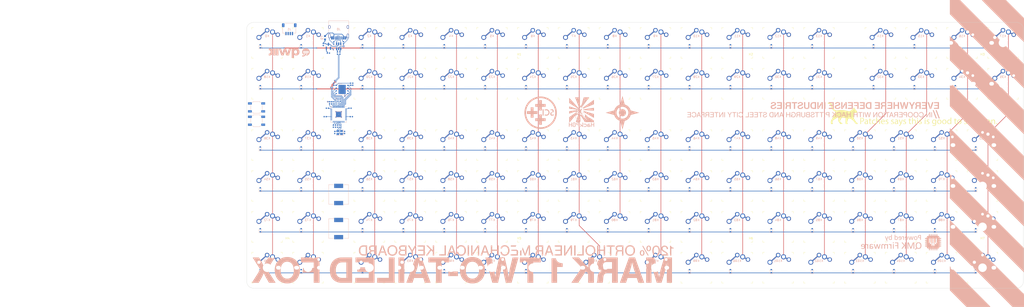
<source format=kicad_pcb>
(kicad_pcb (version 20211014) (generator pcbnew)
  (layers (0 "F.Cu" signal) (31 "B.Cu" signal) (34 "B.Paste" user) (35 "F.Paste" user) (36 "B.SilkS" user "B.Silkscreen") (37 "F.SilkS" user "F.Silkscreen") (38 "B.Mask" user) (39 "F.Mask" user) (44 "Edge.Cuts" user))
  (net 0 "")
  (net 1 "+3V3")
  (net 2 "GND")
  (net 3 "+1V1")
  (net 4 "VBUS")
  (net 5 "XOUT1")
  (net 6 "XIN")
  (net 7 "26{slash}A0")
  (net 8 "Net-(D0-Pad2)")
  (net 9 "Net-(D1-Pad2)")
  (net 10 "Net-(D2-Pad2)")
  (net 11 "Net-(D3-Pad2)")
  (net 12 "Net-(D4-Pad2)")
  (net 13 "Net-(D5-Pad2)")
  (net 14 "Net-(D6-Pad2)")
  (net 15 "Net-(D7-Pad2)")
  (net 16 "Net-(D8-Pad2)")
  (net 17 "Net-(D9-Pad2)")
  (net 18 "Net-(D10-Pad2)")
  (net 19 "Net-(D11-Pad2)")
  (net 20 "Net-(D12-Pad2)")
  (net 21 "Net-(D13-Pad2)")
  (net 22 "Net-(D14-Pad2)")
  (net 23 "Net-(D15-Pad2)")
  (net 24 "Net-(D16-Pad2)")
  (net 25 "Net-(D17-Pad2)")
  (net 26 "25")
  (net 27 "Net-(D18-Pad2)")
  (net 28 "Net-(D19-Pad2)")
  (net 29 "Net-(D20-Pad2)")
  (net 30 "Net-(D21-Pad2)")
  (net 31 "Net-(D22-Pad2)")
  (net 32 "Net-(D23-Pad2)")
  (net 33 "Net-(D24-Pad2)")
  (net 34 "Net-(D25-Pad2)")
  (net 35 "Net-(D26-Pad2)")
  (net 36 "Net-(D27-Pad2)")
  (net 37 "Net-(D28-Pad2)")
  (net 38 "Net-(D29-Pad2)")
  (net 39 "Net-(D30-Pad2)")
  (net 40 "Net-(D31-Pad2)")
  (net 41 "Net-(D32-Pad2)")
  (net 42 "Net-(D33-Pad2)")
  (net 43 "Net-(D34-Pad2)")
  (net 44 "Net-(D35-Pad2)")
  (net 45 "24")
  (net 46 "Net-(D36-Pad2)")
  (net 47 "Net-(D37-Pad2)")
  (net 48 "Net-(D38-Pad2)")
  (net 49 "Net-(D39-Pad2)")
  (net 50 "Net-(D40-Pad2)")
  (net 51 "Net-(D41-Pad2)")
  (net 52 "Net-(D42-Pad2)")
  (net 53 "Net-(D43-Pad2)")
  (net 54 "Net-(D44-Pad2)")
  (net 55 "Net-(D45-Pad2)")
  (net 56 "Net-(D46-Pad2)")
  (net 57 "Net-(D47-Pad2)")
  (net 58 "Net-(D48-Pad2)")
  (net 59 "Net-(D49-Pad2)")
  (net 60 "Net-(D50-Pad2)")
  (net 61 "Net-(D51-Pad2)")
  (net 62 "Net-(D52-Pad2)")
  (net 63 "Net-(D53-Pad2)")
  (net 64 "23")
  (net 65 "Net-(D54-Pad2)")
  (net 66 "Net-(D55-Pad2)")
  (net 67 "Net-(D56-Pad2)")
  (net 68 "Net-(D57-Pad2)")
  (net 69 "Net-(D58-Pad2)")
  (net 70 "Net-(D59-Pad2)")
  (net 71 "Net-(D60-Pad2)")
  (net 72 "Net-(D61-Pad2)")
  (net 73 "Net-(D62-Pad2)")
  (net 74 "Net-(D63-Pad2)")
  (net 75 "Net-(D64-Pad2)")
  (net 76 "Net-(D65-Pad2)")
  (net 77 "Net-(D66-Pad2)")
  (net 78 "Net-(D67-Pad2)")
  (net 79 "Net-(D68-Pad2)")
  (net 80 "Net-(D69-Pad2)")
  (net 81 "Net-(D70-Pad2)")
  (net 82 "Net-(D71-Pad2)")
  (net 83 "22")
  (net 84 "Net-(D72-Pad2)")
  (net 85 "Net-(D73-Pad2)")
  (net 86 "Net-(D74-Pad2)")
  (net 87 "Net-(D75-Pad2)")
  (net 88 "Net-(D76-Pad2)")
  (net 89 "Net-(D77-Pad2)")
  (net 90 "Net-(D78-Pad2)")
  (net 91 "Net-(D79-Pad2)")
  (net 92 "Net-(D80-Pad2)")
  (net 93 "Net-(D81-Pad2)")
  (net 94 "Net-(D82-Pad2)")
  (net 95 "Net-(D83-Pad2)")
  (net 96 "Net-(D84-Pad2)")
  (net 97 "Net-(D85-Pad2)")
  (net 98 "Net-(D86-Pad2)")
  (net 99 "Net-(D87-Pad2)")
  (net 100 "Net-(D88-Pad2)")
  (net 101 "Net-(D89-Pad2)")
  (net 102 "21")
  (net 103 "Net-(D90-Pad2)")
  (net 104 "Net-(D91-Pad2)")
  (net 105 "Net-(D92-Pad2)")
  (net 106 "Net-(D93-Pad2)")
  (net 107 "Net-(D94-Pad2)")
  (net 108 "Net-(D95-Pad2)")
  (net 109 "Net-(D96-Pad2)")
  (net 110 "Net-(D97-Pad2)")
  (net 111 "Net-(D98-Pad2)")
  (net 112 "Net-(D99-Pad2)")
  (net 113 "Net-(D100-Pad2)")
  (net 114 "Net-(D101-Pad2)")
  (net 115 "Net-(D102-Pad2)")
  (net 116 "Net-(D103-Pad2)")
  (net 117 "Net-(D104-Pad2)")
  (net 118 "Net-(D105-Pad2)")
  (net 119 "Net-(D106-Pad2)")
  (net 120 "vUSB")
  (net 121 "D+")
  (net 122 "Net-(J0-PadB5)")
  (net 124 "D-")
  (net 125 "Net-(J0-PadA5)")
  (net 127 "28{slash}A2")
  (net 128 "29{slash}A3")
  (net 129 "19")
  (net 130 "18")
  (net 131 "15")
  (net 132 "14")
  (net 133 "13")
  (net 134 "12")
  (net 135 "11")
  (net 136 "10")
  (net 137 "9")
  (net 138 "8")
  (net 139 "7")
  (net 140 "6")
  (net 141 "5")
  (net 142 "4")
  (net 143 "3")
  (net 144 "2")
  (net 145 "1")
  (net 146 "0")
  (net 147 "DB+")
  (net 148 "DR+")
  (net 149 "DB-")
  (net 150 "DR-")
  (net 151 "CS")
  (net 152 "Net-(RF1-Pad2)")
  (net 153 "~{RESET}")
  (net 154 "XOUT")
  (net 155 "17")
  (net 156 "16")
  (net 159 "20")
  (net 160 "27{slash}A1")
  (net 161 "SD3")
  (net 162 "CLOCK")
  (net 163 "SD0")
  (net 164 "SD2")
  (net 165 "SD1")
  (footprint "EDI:MX-Choc" (layer "F.Cu") (at 64.29375 130.175)
    (fp_text reference "K37")
    (fp_text value "Keyswitch")
  )
  (footprint "EDI:MX-Choc" (layer "F.Cu") (at 150.01875 130.175)
    (fp_text reference "K41")
    (fp_text value "Keyswitch")
  )
  (footprint "EDI:MX-Choc" (layer "F.Cu") (at 45.24375 168.275)
    (fp_text reference "K72")
    (fp_text value "Keyswitch")
  )
  (footprint "EDI:MX-Choc" (layer "F.Cu") (at 130.96875 187.325)
    (fp_text reference "K94")
    (fp_text value "Keyswitch")
  )
  (footprint "EDI:MX-Choc" (layer "F.Cu") (at 302.41875 130.175)
    (fp_text reference "K49")
    (fp_text value "Keyswitch")
  )
  (footprint "MountingHole:MountingHole_3.2mm_M3" (layer "F.Cu") (at 162.71875 92.075)
    (fp_text reference "H1")
    (fp_text value "Mount")
  )
  (footprint "EDI:MX-Choc" (layer "F.Cu") (at 302.41875 187.325)
    (fp_text reference "K102")
    (fp_text value "Keyswitch")
  )
  (footprint "EDI:MX-Choc" (layer "F.Cu") (at 111.91875 82.55)
    (fp_text reference "K3")
    (fp_text value "Keyswitch")
  )
  (footprint "EDI:MX-Choc" (layer "F.Cu") (at 207.16875 168.275)
    (fp_text reference "K80")
    (fp_text value "Keyswitch")
  )
  (footprint "EDI:MX-Choc" (layer "F.Cu") (at 92.86875 168.275)
    (fp_text reference "K74")
    (fp_text value "Keyswitch")
  )
  (footprint "EDI:MX-Choc" (layer "F.Cu") (at 264.31875 187.325)
    (fp_text reference "K100")
    (fp_text value "Keyswitch")
  )
  (footprint "EDI:MX-Choc" (layer "F.Cu") (at 283.36875 82.55)
    (fp_text reference "K12")
    (fp_text value "Keyswitch")
  )
  (footprint "EDI:MX-Choc" (layer "F.Cu") (at 150.01875 187.325)
    (fp_text reference "K95")
    (fp_text value "Keyswitch")
  )
  (footprint "EDI:MX-Choc" (layer "F.Cu") (at 302.41875 168.275)
    (fp_text reference "K85")
    (fp_text value "Keyswitch")
  )
  (footprint "EDI:MX-Choc" (layer "F.Cu") (at 369.09375 101.6)
    (fp_text reference "K34")
    (fp_text value "Keyswitch")
  )
  (footprint "EDI:MX-Choc" (layer "F.Cu") (at 245.26875 168.275)
    (fp_text reference "K82")
    (fp_text value "Keyswitch")
  )
  (footprint "EDI:MX-Choc" (layer "F.Cu") (at 283.36875 187.325)
    (fp_text reference "K101")
    (fp_text value "Keyswitch")
  )
  (footprint "EDI:MX-Choc" (layer "F.Cu") (at 321.46875 130.175)
    (fp_text reference "K50")
    (fp_text value "Keyswitch")
  )
  (footprint "EDI:MX-Choc" (layer "F.Cu") (at 350.04375 101.6)
    (fp_text reference "K33")
    (fp_text value "Keyswitch")
  )
  (footprint "EDI:MX-Choc" (layer "F.Cu") (at 169.06875 82.55)
    (fp_text reference "K6")
    (fp_text value "Keyswitch")
  )
  (footprint "EDI:MX-Choc" (layer "F.Cu") (at 321.46875 149.225)
    (fp_text reference "K68")
    (fp_text value "Keyswitch")
  )
  (footprint "EDI:MX-Choc" (layer "F.Cu") (at 64.29375 168.275)
    (fp_text reference "K73")
    (fp_text value "Keyswitch")
  )
  (footprint "EDI:MX-Choc" (layer "F.Cu") (at 245.26875 101.6)
    (fp_text reference "K28")
    (fp_text value "Keyswitch")
  )
  (footprint "EDI:MX-Choc" (layer "F.Cu") (at 359.56875 149.225)
    (fp_text reference "K70")
    (fp_text value "Keyswitch")
  )
  (footprint "EDI:MX-Choc" (layer "F.Cu") (at 369.09375 82.55)
    (fp_text reference "K16")
    (fp_text value "Keyswitch")
  )
  (footprint "EDI:MX-Choc" (layer "F.Cu") (at 283.36875 101.6)
    (fp_text reference "K30")
    (fp_text value "Keyswitch")
  )
  (footprint "EDI:MX-Choc" (layer "F.Cu") (at 207.16875 130.175)
    (fp_text reference "K44")
    (fp_text value "Keyswitch")
  )
  (footprint "EDI:MX-Choc" (layer "F.Cu") (at 378.61875 187.325)
    (fp_text reference "K106")
    (fp_text value "Keyswitch")
  )
  (footprint "EDI:MX-Choc" (layer "F.Cu") (at 188.11875 130.175)
    (fp_text reference "K43")
    (fp_text value "Keyswitch")
  )
  (footprint "EDI:MX-Choc" (layer "F.Cu") (at 188.11875 101.6)
    (fp_text reference "K25")
    (fp_text value "Keyswitch")
  )
  (footprint "EDI:MX-Choc" (layer "F.Cu") (at 188.11875 168.275)
    (fp_text reference "K79")
    (fp_text value "Keyswitch")
  )
  (footprint "EDI:MX-Choc" (layer "F.Cu") (at 226.21875 168.275)
    (fp_text reference "K81")
    (fp_text value "Keyswitch")
  )
  (footprint "MountingHole:MountingHole_3.2mm_M3" (layer "F.Cu") (at 162.71875 177.8)
    (fp_text reference "H5")
    (fp_text value "Mount")
  )
  (footprint "EDI:MX-Choc" (layer "F.Cu") (at 378.61875 130.175)
    (fp_text reference "K53")
    (fp_text value "Keyswitch")
  )
  (footprint "EDI:MX-Choc" (layer "F.Cu") (at 226.21875 149.225)
    (fp_text reference "K63")
    (fp_text value "Keyswitch")
  )
  (footprint "EDI:MX-Choc" (layer "F.Cu") (at 169.06875 187.325)
    (fp_text reference "K96")
    (fp_text value "Keyswitch")
  )
  (footprint "EDI:MX-Choc" (layer "F.Cu") (at 359.56875 187.325)
    (fp_text reference "K105")
    (fp_text value "Keyswitch")
  )
  (footprint "EDI:MX-Choc" (layer "F.Cu") (at 340.51875 168.275)
    (fp_text reference "K87")
    (fp_text value "Keyswitch")
  )
  (footprint "EDI:MX-Choc" (layer "F.Cu") (at 150.01875 168.275)
    (fp_text reference "K77")
    (fp_text value "Keyswitch")
  )
  (footprint "EDI:MX-Choc" (layer "F.Cu") (at 111.91875 149.225)
    (fp_text reference "K57")
    (fp_text value "Keyswitch")
  )
  (footprint "EDI:MX-Choc" (layer "F.Cu") (at 321.46875 187.325)
    (fp_text reference "K103")
    (fp_text value "Keyswitch")
  )
  (footprint "EDI:MX-Choc" (layer "F.Cu") (at 130.96875 149.225)
    (fp_text reference "K58")
    (fp_text value "Keyswitch")
  )
  (footprint "EDI:MX-Choc" (layer "F.Cu") (at 64.29375 187.325)
    (fp_text reference "K91")
    (fp_text value "Keyswitch")
  )
  (footprint "EDI:MX-Choc" (layer "F.Cu") (at 111.91875 168.275)
    (fp_text reference "K75")
    (fp_text value "Keyswitch")
  )
  (footprint "EDI:MX-Choc" (layer "F.Cu") (at 169.06875 130.175)
    (fp_text reference "K42")
    (fp_text value "Keyswitch")
  )
  (footprint "EDI:MX-Choc" (layer "F.Cu") (at 330.99375 101.6)
    (fp_text reference "K32")
    (fp_text value "Keyswitch")
  )
  (footprint "EDI:MX-Choc" (layer "F.Cu") (at 111.91875 187.325)
    (fp_text reference "K93")
    (fp_text value "Keyswitch")
  )
  (footprint "EDI:MX-Choc" (layer "F.Cu") (at 169.06875 101.6)
    (fp_text reference "K24")
    (fp_text value "Keyswitch")
  )
  (footprint "EDI:MX-Choc" (layer "F.Cu") (at 64.29375 101.6)
    (fp_text reference "K19")
    (fp_text value "Keyswitch")
  )
  (footprint "EDI:MX-Choc" (layer "F.Cu") (at 130.96875 101.6)
    (fp_text reference "K22")
    (fp_text value "Keyswitch")
  )
  (footprint "EDI:MX-Choc" (layer "F.Cu") (at 226.21875 187.325)
    (fp_text reference "K98")
    (fp_text value "Keyswitch")
  )
  (footprint "EDI:MX-Choc" (layer "F.Cu") (at 245.26875 130.175)
    (fp_text reference "K46")
    (fp_text value "Keyswitch")
  )
  (footprint "EDI:MX-Choc" (layer "F.Cu") (at 150.01875 82.55)
    (fp_text reference "K5")
    (fp_text value "Keyswitch")
  )
  (footprint "EDI:MX-Choc" (layer "F.Cu") (at 188.11875 149.225)
    (fp_text reference "K61")
    (fp_text value "Keyswitch")
  )
  (footprint "EDI:MX-Choc" (layer "F.Cu") (at 388.14375 82.55)
    (fp_text reference "K17")
    (fp_text value "Keyswitch")
  )
  (footprint "EDI:MX-Choc" (layer "F.Cu") (at 169.06875 168.275)
    (fp_text reference "K78")
    (fp_text value "Keyswitch")
  )
  (footprint "EDI:MX-Choc" (layer "F.Cu") (at 130.96875 82.55)
    (fp_text reference "K4")
    (fp_text value "Keyswitch")
  )
  (footprint "EDI:MX-Choc" (layer "F.Cu") (at 283.36875 168.275)
    (fp_text reference "K84")
    (fp_text value "Keyswitch")
  )
  (footprint "MountingHole:MountingHole_3.2mm_M3" (layer "F.Cu") (at 378.61875 92.075)
    (fp_text reference "H3")
    (fp_text value "Mount")
  )
  (footprint "EDI:MX-Choc" (layer "F.Cu") (at 92.86875 149.225)
    (fp_text reference "K56")
    (fp_text value "Keyswitch")
  )
  (footprint "EDI:MX-Choc" (layer "F.Cu") (at 264.31875 149.225)
    (fp_text reference "K65")
    (fp_text value "Keyswitch")
  )
  (footprint "EDI:MX-Choc" (layer "F.Cu") (at 264.31875 82.55)
    (fp_text reference "K11")
    (fp_text value "Keyswitch")
  )
  (footprint "EDI:MX-Choc" (layer "F.Cu") (at 283.36875 130.175)
    (fp_text reference "K48")
    (fp_text value "Keyswitch")
  )
  (footprint "EDI:MX-Choc" (layer "F.Cu") (at 321.46875 168.275)
    (fp_text reference "K86")
    (fp_text value "Keyswitch")
  )
  (footprint "EDI:MX-Choc" (layer "F.Cu") (at 264.31875 101.6)
    (fp_text reference "K29")
    (fp_text value "Keyswitch")
  )
  (footprint "EDI:MX-Choc" (layer "F.Cu") (at 226.21875 82.55)
    (fp_text reference "K9")
    (fp_text value "Keyswitch")
  )
  (footprint "EDI:MX-Choc" (layer "F.Cu") (at 302.41875 149.225)
    (fp_text reference "K67")
    (fp_text value "Keyswitch")
  )
  (footprint "EDI:MX-Choc" (layer "F.Cu") (at 388.14375 101.6)
    (fp_text reference "K35")
    (fp_text value "Keyswitch")
  )
  (footprint "EDI:MX-Choc" (layer "F.Cu") (at 45.24375 101.6)
    (fp_text reference "K18")
    (fp_text value "Keyswitch")
  )
  (footprint "EDI:MX-Choc" (layer "F.Cu") (at 150.01875 149.225)
    (fp_text reference "K59")
    (fp_text value "Keyswitch")
  )
  (footprint "EDI:MX-Choc" (layer "F.Cu") (at 45.24375 149.225)
    (fp_text reference "K54")
    (fp_text value "Keyswitch")
  )
  (footprint "EDI:MX-Choc" (layer "F.Cu") (at 264.31875 168.275)
    (fp_text reference "K83")
    (fp_text value "Keyswitch")
  )
  (footprint "EDI:MX-Choc" (layer "F.Cu") (at 359.56875 130.175)
    (fp_text reference "K52")
    (fp_text value "Keyswitch")
  )
  (footprint "EDI:MX-Choc" (layer "F.Cu") (at 378.61875 168.275)
    (fp_text reference "K89")
    (fp_text value "Keyswitch")
  )
  (footprint "EDI:MX-Choc" (layer "F.Cu") (at 111.91875 101.6)
    (fp_text reference "K21")
    (fp_text value "Keyswitch")
  )
  (footprint "EDI:MX-Choc" (layer "F.Cu") (at 359.56875 168.275)
    (fp_text reference "K88")
    (fp_text value "Keyswitch")
  )
  (footprint "EDI:patches" (layer "F.Cu") (at 346.075 115.8875)
    (fp_text reference "G***" hide)
    (fp_text value "LOGO" hide)
  )
  (footprint "EDI:MX-Choc" (layer "F.Cu") (at 92.86875 187.325)
    (fp_text reference "K92")
    (fp_text value "Keyswitch")
  )
  (footprint "EDI:MX-Choc" (layer "F.Cu") (at 340.51875 130.175)
    (fp_text reference "K51")
    (fp_text value "Keyswitch")
  )
  (footprint "EDI:MX-Choc" (layer "F.Cu") (at 64.29375 149.225)
    (fp_text reference "K55")
    (fp_text value "Keyswitch")
  )
  (footprint "EDI:MX-Choc" (layer "F.Cu") (at 378.61875 149.225)
    (fp_text reference "K71")
    (fp_text value "Keyswitch")
  )
  (footprint "EDI:MX-Choc" (layer "F.Cu") (at 92.86875 101.6)
    (fp_text reference "K20")
    (fp_text value "Keyswitch")
  )
  (footprint "EDI:MX-Choc" (layer "F.Cu") (at 340.51875 149.225)
    (fp_text reference "K69")
    (fp_text value "Keyswitch")
  )
  (footprint "EDI:MX-Choc" (layer "F.Cu") (at 264.31875 130.175)
    (fp_text reference "K47")
    (fp_text value "Keyswitch")
  )
  (footprint "EDI:MX-Choc" (layer "F.Cu") (at 226.21875 130.175)
    (fp_text reference "K45")
    (fp_text value "Keyswitch")
  )
  (footprint "EDI:MX-Choc" (layer "F.Cu") (at 207.16875 82.55)
    (fp_text reference "K8")
    (fp_text value "Keyswitch")
  )
  (footprint "EDI:MX-Choc" (layer "F.Cu") (at 330.99375 82.55)
    (fp_text reference "K14")
    (fp_text value "Keyswitch")
  )
  (footprint "EDI:MX-Choc" (layer "F.Cu") (at 302.41875 101.6)
    (fp_text reference "K31")
    (fp_text value "Keyswitch")
  )
  (footprint "EDI:MX-Choc" (layer "F.Cu") (at 188.11875 82.55)
    (fp_text reference "K7")
    (fp_text value "Keyswitch")
  )
  (footprint "EDI:MX-Choc" (layer "F.Cu") (at 207.16875 149.225)
    (fp_text reference "K62")
    (fp_text value "Keyswitch")
  )
  (footprint "EDI:MX-Choc" (layer "F.Cu") (at 45.24375 130.175)
    (fp_text reference "K36")
    (fp_text value "Keyswitch")
  )
  (footprint "MountingHole:MountingHole_3.2mm_M3" (layer "F.Cu") (at 54.76875 92.075)
    (fp_text reference "H0")
    (fp_text value "Mount")
  )
  (footprint "MountingHole:MountingHole_3.2mm_M3" (layer "F.Cu") (at 54.76875 177.8)
    (fp_text reference "H4")
    (fp_text value "Mount")
  )
  (footprint "EDI:MX-Choc" (layer "F.Cu") (at 245.26875 149.225)
    (fp_text reference "K64")
    (fp_text value "Keyswitch")
  )
  (footprint "EDI:MX-Choc" (layer "F.Cu") (at 283.36875 149.225)
    (fp_text reference "K66")
    (fp_text value "Keyswitch")
  )
  (footprint "EDI:MX-Choc" (layer "F.Cu") (at 302.41875 82.55)
    (fp_text reference "K13")
    (fp_text value "Keyswitch")
  )
  (footprint "EDI:MX-Choc" (layer "F.Cu") (at 340.51875 187.325)
    (fp_text reference "K104")
    (fp_text value "Keyswitch")
  )
  (footprint "EDI:MX-Choc" (layer "F.Cu") (at 92.86875 82.55)
    (fp_text reference "K2")
    (fp_text value "Keyswitch")
  )
  (footprint "EDI:MX-Choc" (layer "F.Cu") (at 197.64375 187.325)
    (fp_text reference "K97")
    (fp_text value "Keyswitch")
  )
  (footprint "EDI:MX-Choc" (layer "F.Cu") (at 64.29375 82.55)
    (fp_text reference "K1")
    (fp_text value "Keyswitch")
  )
  (footprint "MountingHole:MountingHole_3.2mm_M3" (layer "F.Cu") (at 270.66875 177.8)
    (fp_text reference "H6")
    (fp_text value "Mount")
  )
  (footprint "EDI:MX-Choc" (layer "F.Cu") (at 111.91875 130.175)
    (fp_text reference "K39")
    (fp_text value "Keyswitch")
  )
  (footprint "MountingHole:MountingHole_3.2mm_M3" (layer "F.Cu") (at 378.61875 177.8)
    (fp_text reference "H7")
    (fp_text value "Mount")
  )
  (footprint "EDI:MX-Choc" (layer "F.Cu") (at 45.24375 82.55)
    (fp_text reference "K0")
    (fp_text value "Keyswitch")
  )
  (footprint "EDI:MX-Choc" (layer "F.Cu") (at 130.96875 168.275)
    (fp_text reference "K76")
    (fp_text value "Keyswitch")
  )
  (footprint "EDI:MX-Choc" (layer "F.Cu") (at 150.01875 101.6)
    (fp_text reference "K23")
    (fp_text value "Keyswitch")
  )
  (footprint "EDI:MX-Choc" (layer "F.Cu") (at 226.21875 101.6)
    (fp_text reference "K27")
    (fp_text value "Keyswitch")
  )
  (footprint "MountingHole:MountingHole_3.2mm_M3" (layer "F.Cu") (at 270.66875 92.075)
    (fp_text reference "H2")
    (fp_text value "Mount")
  )
  (footprint "EDI:MX-Choc" (layer "F.Cu") (at 92.86875 130.175)
    (fp_text reference "K38")
    (fp_text value "Keyswitch")
  )
  (footprint "EDI:MX-Choc" (layer "F.Cu") (at 245.26875 187.325)
    (fp_text reference "K99")
    (fp_text value "Keyswitch")
  )
  (footprint "EDI:MX-Choc" (layer "F.Cu") (at 45.24375 187.325)
    (fp_text reference "K90")
    (fp_text value "Keyswitch")
  )
  (footprint "EDI:MX-Choc" (layer "F.Cu") (at 169.06875 149.225)
    (fp_text reference "K60")
    (fp_text value "Keyswitch")
  )
  (footprint "EDI:MX-Choc" (layer "F.Cu") (at 130.96875 130.175)
    (fp_text reference "K40")
    (fp_text value "Keyswitch")
  )
  (footprint "EDI:MX-Choc" (layer "F.Cu") (at 245.26875 82.55)
    (fp_text reference "K10")
    (fp_text value "Keyswitch")
  )
  (footprint "EDI:MX-Choc" (layer "F.Cu") (at 350.04375 82.55)
    (fp_text reference "K15")
    (fp_text value "Keyswitch")
  )
  (footprint "EDI:MX-Choc" (layer "F.Cu") (at 207.16875 101.6)
    (fp_text reference "K26")
    (fp_text value "Keyswitch")
  )
  (footprint "EDI:D_SOD-523" (layer "B.Cu") (at 318.29375 188.9125 90)
    (fp_text reference "D103")
    (fp_text value "1N4148W-T4")
  )
  (footprint "EDI:Passive_0402_1005Metric" (layer "B.Cu") (at 81.3435 124.30125 -90)
    (fp_text reference "CX1" hide)
    (fp_text value "13pf")
  )
  (footprint "EDI:D_SOD-523" (layer "B.Cu") (at 375.44375 188.9125 90)
    (fp_text reference "D106")
    (fp_text value "1N4148W-T4")
  )
  (footprint "EDI:D_SOD-523" (layer "B.Cu") (at 203.99375 103.1875 90)
    (fp_text reference "D26")
    (fp_text value "1N4148W-T4")
  )
  (footprint "EDI:D_SOD-523" (layer "B.Cu") (at 280.19375 131.7625 90)
    (fp_text reference "D48")
    (fp_text value "1N4148W-T4")
  )
  (footprint "EDI:D_SOD-523" (layer "B.Cu") (at 356.39375 131.7625 90)
    (fp_text reference "D52")
    (fp_text value "1N4148W-T4")
  )
  (footprint "EDI:D_SOD-523" (layer "B.Cu") (at 108.74375 131.7625 90)
    (fp_text reference "D39")
    (fp_text value "1N4148W-T4")
  )
  (footprint "EDI:D_SOD-523" (layer "B.Cu") (at 42.06875 169.8625 90)
    (fp_text reference "D72")
    (fp_text value "1N4148W-T4")
  )
  (footprint "EDI:D_SOD-523" (layer "B.Cu") (at 280.19375 84.1375 90)
    (fp_text reference "D12")
    (fp_text value "1N4148W-T4")
  )
  (footprint "EDI:D_SOD-523" (layer "B.Cu") (at 356.39375 169.8625 90)
    (fp_text reference "D88")
    (fp_text value "1N4148W-T4")
  )
  (footprint "EDI:Passive_0402_1005Metric" (layer "B.Cu") (at 78.0415 87.3125 -90)
    (fp_text reference "RD1" hide)
    (fp_text value "27.4")
  )
  (footprint "EDI:D_SOD-523" (layer "B.Cu") (at 375.44375 150.8125 90)
    (fp_text reference "D71")
    (fp_text value "1N4148W-T4")
  )
  (footprint "EDI:D_SOD-523" (layer "B.Cu") (at 384.96875 103.1875 90)
    (fp_text reference "D35")
    (fp_text value "1N4148W-T4")
  )
  (footprint "EDI:D_SOD-523" (layer "B.Cu") (at 108.74375 103.1875 90)
    (fp_text reference "D21")
    (fp_text value "1N4148W-T4")
  )
  (footprint "EDI:D_SOD-523" (layer "B.Cu") (at 61.11875 150.8125 90)
    (fp_text reference "D55")
    (fp_text value "1N4148W-T4")
  )
  (footprint "EDI:D_SOD-523" (layer "B.Cu") (at 337.34375 131.7625 90)
    (fp_text reference "D51")
    (fp_text value "1N4148W-T4")
  )
  (footprint "EDI:D_SOD-523" (layer "B.Cu") (at 184.94375 84.1375 90)
    (fp_text reference "D7")
    (fp_text value "1N4148W-T4")
  )
  (footprint "EDI:D_SOD-523" (layer "B.Cu") (at 223.04375 150.8125 90)
    (fp_text reference "D63")
    (fp_text value "1N4148W-T4")
  )
  (footprint "EDI:D_SOD-523" (layer "B.Cu") (at 203.99375 169.8625 90)
    (fp_text reference "D80")
    (fp_text value "1N4148W-T4")
  )
  (footprint "EDI:D_SOD-523" (layer "B.Cu") (at 242.09375 131.7625 90)
    (fp_text reference "D46")
    (fp_text value "1N4148W-T4")
  )
  (footprint "EDI:D_SOD-523" (layer "B.Cu") (at 61.11875 188.9125 90)
    (fp_text reference "D91")
    (fp_text value "1N4148W-T4")
  )
  (footprint "EDI:D_SOD-523" (layer "B.Cu") (at 242.09375 84.1375 90)
    (fp_text reference "D10")
    (fp_text value "1N4148W-T4")
  )
  (footprint "EDI:D_SOD-523" (layer "B.Cu") (at 127.79375 131.7625 90)
    (fp_text reference "D40")
    (fp_text value "1N4148W-T4")
  )
  (footprint "EDI:D_SOD-523" (layer "B.Cu") (at 42.06875 188.9125 90)
    (fp_text reference "D90")
    (fp_text value "1N4148W-T4")
  )
  (footprint "Buzzer_Beeper:Buzzer_CUI_CPT-9019S-SMT" (layer "B.Cu") (at 78.58125 153.19375 90)
    (fp_text reference "TX0" hide)
    (fp_text value "Transducer")
  )
  (footprint "EDI:D_SOD-523" (layer "B.Cu") (at 89.69375 84.1375 90)
    (fp_text reference "D2")
    (fp_text value "1N4148W-T4")
  )
  (footprint "EDI:Passive_0402_1005Metric" (layer "B.Cu") (at 73.3425 112.99825 180)
    (fp_text reference "C2" hide)
    (fp_text value "100nF")
  )
  (footprint "EDI:D_SOD-523" (layer "B.Cu") (at 146.84375 84.1375 90)
    (fp_text reference "D5")
    (fp_text value "1N4148W-T4")
  )
  (footprint "EDI:D_SOD-523" (layer "B.Cu") (at 127.79375 169.8625 90)
    (fp_text reference "D76")
    (fp_text value "1N4148W-T4")
  )
  (footprint "EDI:Passive_0402_1005Metric" (layer "B.Cu") (at 72.3265 116.93525 180)
    (fp_text reference "C3" hide)
    (fp_text value "100nF")
  )
  (footprint "EDI:D_SOD-523" (layer "B.Cu") (at 299.24375 150.8125 90)
    (fp_text reference "D67")
    (fp_text value "1N4148W-T4")
  )
  (footprint "EDI:D_SOD-523" (layer "B.Cu") (at 356.39375 188.9125 90)
    (fp_text reference "D105")
    (fp_text value "1N4148W-T4")
  )
  (footprint "Package_SON:WSON-8-1EP_6x5mm_P1.27mm_EP3.4x4.3mm" (layer "B.Cu") (at 80.2005 104.23525 180)
    (fp_text reference "U3" hide)
    (fp_text value "W25Q128JVS")
  )
  (footprint "EDI:D_SOD-523" (layer "B.Cu") (at 108.74375 188.9125 90)
    (fp_text reference "D93")
    (fp_text value "1N4148W-T4")
  )
  (footprint "EDI:Passive_0402_1005Metric" (layer "B.Cu") (at 76.2635 82.64525 -90)
    (fp_text reference "RC0" hide)
    (fp_text value "5k1")
  )
  (footprint "EDI:D_SOD-523" (layer "B.Cu") (at 42.06875 103.1875 90)
    (fp_text reference "D18")
    (fp_text value "1N4148W-T4")
  )
  (footprint "EDI:D_SOD-523" (layer "B.Cu") (at 61.11875 131.7625 90)
    (fp_text reference "D37")
    (fp_text value "1N4148W-T4")
  )
  (footprint "EDI:Passive_0402_1005Metric" (layer "B.Cu") (at 76.1365 121.38025 90)
    (fp_text reference "RR0" hide)
    (fp_text value "1k")
  )
  (footprint "EDI:D_SOD-523" (layer "B.Cu") (at 223.04375 84.1375 90)
    (fp_text reference "D9")
    (fp_text value "1N4148W-T4")
  )
  (footprint "EDI:D_SOD-523" (layer "B.Cu") (at 346.86875 84.1375 90)
    (fp_text reference "D15")
    (fp_text value "1N4148W-T4")
  )
  (footprint "EDI:D_SOD-523" (layer "B.Cu") (at 318.29375 169.8625 90)
    (fp_text reference "D86")
    (fp_text value "1N4148W-T4")
  )
  (footprint "EDI:D_SOD-523" (layer "B.Cu") (at 242.09375 103.1875 90)
    (fp_text reference "D28")
    (fp_text value "1N4148W-T4")
  )
  (footprint "EDI:D_SOD-523" (layer "B.Cu") (at 89.69375 169.8625 90)
    (fp_text reference "D74")
    (fp_text value "1N4148W-T4")
  )
  (footprint "EDI:D_SOD-523" (layer "B.Cu") (at 261.14375 150.8125 90)
    (fp_text reference "D65")
    (fp_text value "1N4148W-T4")
  )
  (footprint "EDI:D_SOD-523" (layer "B.Cu") (at 127.79375 84.1375 90)
    (fp_text reference "D4")
    (fp_text value "1N4148W-T4")
  )
  (footprint "EDI:D_SOD-523" (layer "B.Cu") (at 365.91875 103.1875 90)
    (fp_text reference "D34")
    (fp_text value "1N4148W-T4")
  )
  (footprint "EDI:RPi2040" (layer "B.Cu") (at 78.58125 115.8875 180)
    (fp_text reference "U0" hide)
    (fp_text value "RP2040" hide)
  )
  (footprint "EDI:D_SOD-523" (layer "B.Cu") (at 299.24375 169.8625 90)
    (fp_text reference "D85")
    (fp_text value "1N4148W-T4")
  )
  (footprint "EDI:D_SOD-523" (layer "B.Cu") (at 261.14375 188.9125 90)
    (fp_text reference "D100")
    (fp_text value "1N4148W-T4")
  )
  (footprint "EDI:D_SOD-523" (layer "B.Cu") (at 299.24375 188.9125 90)
    (fp_text reference "D102")
    (fp_text value "1N4148W-T4")
  )
  (footprint "EDI:D_SOD-523" (layer "B.Cu") (at 165.89375 103.1875 90)
    (fp_text reference "D24")
    (fp_text value "1N4148W-T4")
  )
  (footprint "Button_Switch_SMD:SW_SPST_SKQG_WithoutStem" (layer "B.Cu") (at 40.3225 112.61725)
    (fp_text reference "S1" hide)
    (fp_text value "USB BOOT")
  )
  (footprint "EDI:Passive_0402_1005Metric" (layer "B.Cu") (at 78.2955 109.18825 90)
    (fp_text reference "C7" hide)
    (fp_text value "100nF")
  )
  (footprint "EDI:D_SOD-523" (layer "B.Cu") (at 223.04375 103.1875 90)
    (fp_text reference "D27")
    (fp_text value "1N4148W-T4")
  )
  (footprint "EDI:D_SOD-523" (layer "B.Cu") (at 365.91875 84.1375 90)
    (fp_text reference "D16")
    (fp_text value "1N4148W-T4")
  )
  (footprint "EDI:D_SOD-523" (layer "B.Cu") (at 203.99375 150.8125 90)
    (fp_text reference "D62")
    (fp_text value "1N4148W-T4")
  )
  (footprint "EDI:D_SOD-523" (layer "B.Cu") (at 184.94375 103.1875 90)
    (fp_text reference "D25")
    (fp_text value "1N4148W-T4")
  )
  (footprint "EDI:Passive_0402_1005Metric" (layer "B.Cu") (at 84.1375 101.82225 -90)
    (fp_text reference "RF0" hide)
    (fp_text value "1k")
  )
  (footprint "EDI:Passive_0402_1005Metric" (layer "B.Cu") (at 77.1525 121.38025 -90)
    (fp_text reference "C8" hide)
    (fp_text value "100nF")
  )
  (footprint "EDI:D_SOD-523" (layer "B.Cu") (at 280.19375 169.8625 90)
    (fp_text reference "D84")
    (fp_text value "1N4148W-T4")
  )
  (footprint "EDI:D_SOD-523" (layer "B.Cu") (at 89.69375 103.1875 90)
    (fp_text reference "D20")
    (fp_text value "1N4148W-T4")
  )
  (footprint "EDI:D_SOD-523" (layer "B.Cu") (at 327.81875 84.1375 90)
    (fp_text reference "D14")
    (fp_text value "1N4148W-T4")
  )
  (footprint "EDI:D_SOD-523" (layer "B.Cu") (at 89.69375 188.9125 90)
    (fp_text reference "D92")
    (fp_text value "1N4148W-T4")
  )
  (footprint "Buzzer_Beeper:Buzzer_CUI_CPT-9019S-SMT" (layer "B.Cu") (at 78.58125 169.06875 -90)
    (fp_text reference "TX1" hide)
    (fp_text value "Transducer")
  )
  (footprint "EDI:D_SOD-523" (layer "B.Cu") (at 337.34375 169.8625 90)
    (fp_text reference "D87")
    (fp_text value "1N4148W-T4")
  )
  (footprint "EDI:D_SOD-523" (layer "B.Cu") (at 280.19375 150.8125 90)
    (fp_text reference "D66")
    (fp_text value "1N4148W-T4")
  )
  (footprint "EDI:D_SOD-523" (layer "B.Cu") (at 261.14375 103.1875 90)
    (fp_text reference "D29")
    (fp_text value "1N4148W-T4")
  )
  (footprint "EDI:D_SOD-523" (layer "B.Cu") (at 184.94375 150.8125 90)
    (fp_text reference "D61")
    (fp_text value "1N4148W-T4")
  )
  (footprint "EDI:D_SOD-523" (layer "B.Cu") (at 223.04375 131.7625 90)
    (fp_text reference "D45")
    (fp_text value "1N4148W-T4")
  )
  (footprint "Connector_JST:JST_SH_SM04B-SRSS-TB_1x04-1MP_P1.00mm_Horizontal" (layer "B.Cu") (at 55.5625 76.2)
    (fp_text reference "J1")
    (fp_text value "qwiic")
  )
  (footprint "Fuse:Fuse_0603_1608Metric" (layer "B.Cu") (at 72.23125 80.16875 -90)
    (fp_text reference "F0")
    (fp_text value "6v 500ma")
  )
  (footprint "EDI:D_SOD-523" (layer "B.Cu") (at 318.29375 131.7625 90)
    (fp_text reference "D50")
    (fp_text value "1N4148W-T4")
  )
  (footprint "EDI:D_SOD-523" (layer "B.Cu") (at 146.84375 103.1875 90)
    (fp_text reference "D23")
    (fp_text value "1N4148W-T4")
  )
  (footprint "EDI:D_SOD-523" (layer "B.Cu") (at 318.29375 150.8125 90)
    (fp_text reference "D68")
    (fp_text value "1N4148W-T4")
  )
  (footprint "EDI:D_SOD-523" (layer "B.Cu") (at 280.19375 188.9125 90)
    (fp_text reference "D101")
    (fp_text value "1N4148W-T4")
  )
  (footprint "EDI:D_SOD-523" (layer "B.Cu") (at 299.24375 84.1375 90)
    (fp_text reference "D13")
    (fp_text value "1N4148W-T4")
  )
  (footprint "EDI:D_SOD-523" (layer "B.Cu") (at 127.79375 188.9125 90)
    (fp_text reference "D94")
    (fp_text value "1N4148W-T4")
  )
  (footprint "EDI:Passive_0402_1005Metric" (layer "B.Cu") (at 76.2635 101.82225 90)
    (fp_text reference "CF0" hide)
    (fp_text value "100nF")
  )
  (footprint "EDI:D_SOD-523" (layer "B.Cu") (at 146.84375 131.7625 90)
    (fp_text reference "D41")
    (fp_text value "1N4148W-T4")
  )
  (footprint "EDI:D_SOD-523" (layer "B.Cu") (at 165.89375 188.9125 90)
    (fp_text reference "D96")
    (fp_text value "1N4148W-T4")
  )
  (footprint "EDI:D_SOD-523" (layer "B.Cu") (at 184.94375 169.8625 90)
    (fp_text reference "D79")
    (fp_text value "1N4148W-T4")
  )
  (footprint "EDI:Passive_0402_1005Metric" (layer "B.Cu") (at 75.3745 110.45825 90)
    (fp_text reference "C0" hide)
    (fp_text value "1uf")
  )
  (footprint "EDI:D_SOD-523" (layer "B.Cu") (at 61.11875 169.8625 90)
    (fp_text reference "D73")
    (fp_text value "1N4148W-T4")
  )
  (footprint "Package_TO_SOT_SMD:SOT-23" (layer "B.Cu") (at 73.81875 84.1375 90)
    (fp_text reference "U1" hide)
    (fp_text value "LDO-3.3")
  )
  (footprint "EDI:D_SOD-523" (layer "B.Cu") (at 223.04375 169.8625 90)
    (fp_text reference "D81")
    (fp_text value "1N4148W-T4")
  )
  (footprint "EDI:D_SOD-523" (layer "B.Cu") (at 127.79375 103.1875 90)
    (fp_text reference "D22")
    (fp_text value "1N4148W-T4")
  )
  (footprint "EDI:D_SOD-523" (layer "B.Cu") (at 299.24375 131.7625 90)
    (fp_text reference "D49")
    (fp_text value "1N4148W-T4")
  )
  (footprint "EDI:D_SOD-523" (layer "B.Cu") (at 346.86875 103.1875 90)
    (fp_text reference "D33")
    (fp_text value "1N4148W-T4")
  )
  (footprint "EDI:D_SOD-523" (layer "B.Cu") (at 165.89375 169.8625 90)
    (fp_text reference "D78")
    (fp_text value "1N4148W-T4")
  )
  (footprint "EDI:D_SOD-523" (layer "B.Cu") (at 261.14375 84.1375 90)
    (fp_text reference "D11")
    (fp_text value "1N4148W-T4")
  )
  (footprint "Connector_USB:USB_C_Receptacle_HRO_TYPE-C-31-M-12" (layer "B.Cu") (at 78.58125 76.2)
    (fp_text reference "J0")
    (fp_text value "USB")
  )
  (footprint "EDI:D_SOD-523" (layer "B.Cu") (at 203.99375 84.1375 90)
    (fp_text reference "D8")
    (fp_text value "1N4148W-T4")
  )
  (footprint "EDI:D_SOD-523" (layer "B.Cu") (at 146.84375 188.9125 90)
    (fp_text reference "D95")
    (fp_text value "1N4148W-T4")
  )
  (footprint "EDI:D_SOD-523" (layer "B.Cu") (at 42.06875 150.8125 90)
    (fp_text reference "D54")
    (fp_text value "1N4148W-T4")
  )
  (footprint "EDI:qmk" (layer "B.Cu") (at 355.6 175.41875 180)
    (fp_text reference "G***" hide)
    (fp_text value "LOGO" hide)
  )
  (footprint "EDI:D_SOD-523" (layer "B.Cu") (at 42.06875 84.1375 90)
    (fp_text reference "D0")
    (fp_text value "1N4148W-T4")
  )
  (footprint "EDI:D_SOD-523" (layer "B.Cu") (at 108.74375 84.1375 90)
    (fp_text reference "D3")
    (fp_text value "1N4148W-T4")
  )
  (footprint "EDI:D_SOD-523" (layer "B.Cu") (at 108.74375 169.8625 90)
    (fp_text reference "D75")
    (fp_text value "1N4148W-T4")
  )
  (footprint "EDI:D_SOD-523" (layer "B.Cu") (at 223.04375 188.9125 90)
    (fp_text reference "D98")
    (fp_text value "1N4148W-T4")
  )
  (footprint "EDI:D_SOD-523" (layer "B.Cu") (at 146.84375 150.8125 90)
    (fp_text reference "D59")
    (fp_text value "1N4148W-T4")
  )
  (footprint "EDI:D_SOD-523" (layer "B.Cu") (at 108.74375 150.8125 90)
    (fp_text reference "D57")
    (fp_text value "1N4148W-T4")
  )
  (footprint "EDI:D_SOD-523" (layer "B.Cu") (at 61.11875 84.1375 90)
    (fp_text reference "D1")
    (fp_text value "1N4148W-T4")
  )
  (footprint "EDI:D_SOD-523" (layer "B.Cu") (at 299.24375 103.1875 90)
    (fp_text reference "D31")
    (fp_text value "1N4148W-T4")
  )
  (footprint "EDI:D_SOD-523" (layer "B.Cu") (at 146.84375 169.8625 90)
    (fp_text reference "D77")
    (fp_text value "1N4148W-T4")
  )
  (footprint "EDI:Passive_0402_1005Metric" (layer "B.Cu") (at 76.3905 110.45825 90)
    (fp_text reference "C10" hide)
    (fp_text value "1uf")
  )
  (footprint "EDI:Passive_0402_1005Metric" (layer "B.Cu") (at 78.1685 121.38025 -90)
    (fp_text reference "C4" hide)
    (fp_text value "100nF")
  )
  (footprint "EDI:D_SOD-523" (layer "B.Cu") (at 337.34375 188.9125 90)
    (fp_text reference "D104")
    (fp_text value "1N4148W-T4")
  )
  (footprint "EDI:D_SOD-523" (layer "B.Cu") (at 89.69375 150.8125 90)
    (fp_text reference "D56")
    (fp_text value "1N4148W-T4")
  )
  (footprint "EDI:D_SOD-523" (layer "B.Cu") (at 42.06875 131.7625 90)
    (fp_text reference "D36")
    (fp_text value "1N4148W-T4")
  )
  (footprint "EDI:D_SOD-523" (layer "B.Cu") (at 165.89375 150.8125 90)
    (fp_text reference "D60")
    (fp_text value "1N4148W-T4")
  )
  (footprint "Crystal:Crystal_SMD_2520-4Pin_2.5x2.0mm" (layer "B.Cu") (at 79.0575 124.30125 180)
    (fp_text reference "Y0" hide)
    (fp_text value "2TJ412000NYGBC 12MHz")
  )
  (footprint "EDI:D_SOD-523" (layer "B.Cu") (at 203.99375 131.7625 90)
    (fp_text reference "D44")
    (fp_text value "1N4148W-T4")
  )
  (footprint "EDI:D_SOD-523" (layer "B.Cu") (at 61.11875 103.1875 90)
    (fp_text reference "D19")
    (fp_text value "1N4148W-T4")
  )
  (footprint "EDI:Passive_0402_1005Metric" (layer "B.Cu") (at 79.1845 121.38025 -90)
    (fp_text reference "RX0" hide)
    (fp_text value "1k")
  )
  (footprint "EDI:Passive_0402_1005Metric" (layer "B.Cu") (at 79.1845 87.3125 -90)
    (fp_text reference "RD0" hide)
    (fp_text value "27.4")
  )
  (footprint "EDI:sweethaz" (layer "B.Cu") (at 380.6825 134.08025 180)
    (fp_text reference "G***" hide)
    (fp_text value "LOGO" hide)
  )
  (footprint "EDI:D_SOD-523" (layer "B.Cu") (at 165.89375 131.7625 90)
    (fp_text reference "D42")
    (fp_text value "1N4148W-T4")
  )
  (footprint "EDI:Passive_0402_1005Metric" (layer "B.Cu") (at 84.5185 116.93525)
    (fp_text reference "C5" hide)
    (fp_text value "100nF")
  )
  (footprint "EDI:D_SOD-523" (layer "B.Cu") (at 242.09375 188.9125 90)
    (fp_text reference "D99")
    (fp_text value "1N4148W-T4")
  )
  (footprint "Button_Switch_SMD:SW_SPST_SKQG_WithoutStem" (layer "B.Cu") (at 40.3225 118.84025 180)
    (fp_text reference "S0" hide)
    (fp_text value "RESET")
  )
  (footprint "EDI:D_SOD-523" (layer "B.Cu") (at 127.79375 150.8125 90)
    (fp_text reference "D58")
    (fp_text value "1N4148W-T4")
  )
  (footprint "EDI:D_SOD-523" (layer "B.Cu") (at 384.96875 84.1375 90)
    (fp_text reference "D17")
    (fp_text value "1N4148W-T4")
  )
  (footprint "EDI:D_SOD-523" (layer "B.Cu") (at 194.46875 188.9125 90)
    (fp_text reference "D97")
    (fp_text value "1N4148W-T4")
  )
  (footprint "EDI:Passive_0402_1005Metric" (layer "B.Cu") (at 83.8835 112.99825)
    (fp_text reference "C6" hide)
    (fp_text value "100nF")
  )
  (footprint "EDI:qwiic" (layer "B.Cu") (at 55.5625 87.3125 180)
    (fp_text reference "G***" hide)
    (fp_text value "LOGO" hide)
  )
  (footprint "EDI:D_SOD-523" (layer "B.Cu") (at 327.81875 103.1875 90)
    (fp_text reference "D32")
    (fp_text value "1N4148W-T4")
  )
  (footprint "EDI:D_SOD-523" (layer "B.Cu") (at 242.09375 150.8125 90)
    (fp_text reference "D64")
    (fp_text value "1N4148W-T4")
  )
  (footprint "EDI:D_SOD-523" (layer "B.Cu") (at 89.69375 131.7625 90)
    (fp_text reference "D38")
    (fp_text value "1N4148W-T4")
  )
  (footprint "EDI:Passive_0402_1005Metric" (layer "B.Cu") (at 73.81875 87.3125)
    (fp_text reference "CP1" hide)
    (fp_text value "1uf")
  )
  (footprint "EDI:D_SOD-523" (layer "B.Cu") (at 165.89375 84.1375 90)
    (fp_text reference "D6")
    (fp_text value "1N4148W-T4")
  )
  (footprint "EDI:D_SOD-523" (layer "B.Cu") (at 375.44375 131.7625 90)
    (fp_text reference "D53")
    (fp_text value "1N4148W-T4")
  )
  (footprint "EDI:D_SOD-523" (layer "B.Cu") (at 356.39375 150.8125 90)
    (fp_text reference "D70")
    (fp_text value "1N4148W-T4")
  )
  (footprint "EDI:Passive_0402_1005Metric" (layer "B.Cu") (at 71.4375 83.34375 90)
    (fp_text reference "CP0" hide)
    (fp_text value "1uf")
  )
  (footprint "EDI:Passive_0402_1005Metric" (layer "B.Cu") (at 80.8355 82.49525 90)
    (fp_text reference "RC1" hide)
    (fp_text value "5k1")
  )
  (footprint "EDI:D_SOD-523" (layer "B.Cu") (at 184.94375 131.7625 90)
    (fp_text reference "D43")
    (fp_text value "1N4148W-T4")
  )
  (footprint "EDI:D_SOD-523" (layer "B.Cu") (at 337.34375 150.8125 90)
    (fp_text reference "D69")
    (fp_text value "1N4148W-T4")
  )
  (footprint "EDI:EDI-HP-SCI" (layer "B.Cu") (at 261.9375 115.09375 180)
    (fp_text reference "G***" hide)
    (fp_text value "LOGO" hide)
  )
  (footprint "EDI:Passive_0402_1005Metric" (layer "B.Cu") (at 79.3115 109.18825 90)
    (fp_text reference "C9" hide)
    (fp_text value "100nF")
  )
  (footprint "EDI:D_SOD-523" (layer "B.Cu") (at 261.14375 131.7625 90)
    (fp_text reference "D47")
    (fp_text value "1N4148W-T4")
  )
  (footprint "EDI:2tail" (layer "B.Cu") (at 136.525 187.325 180)
    (fp_text reference "G***" hide)
    (fp_text value "LOGO" hide)
  )
  (footprint "EDI:D_SOD-523" (layer "B.Cu") (at 261.14375 169.8625 90)
    (fp_text reference "D83")
    (fp_text value "1N4148W-T4")
  )
  (footprint "EDI:Passive_0402_1005Metric" (layer "B.Cu") (at 74.3585 110.45825 90)
    (fp_text reference "C1" hide)
    (fp_text value "100nF")
  )
  (footprint "EDI:D_SOD-523" (layer "B.Cu") (at 375.44375 169.8625 90)
    (fp_text reference "D89")
    (fp_text value "1N4148W-T4")
  )
  (footprint "EDI:Passive_0402_1005Metric" (layer "B.Cu") (at 85.1535 101.82225 90)
    (fp_text reference "RF1" hide)
    (fp_text value "1k")
  )
  (footprint "EDI:D_SOD-523" (layer "B.Cu") (at 280.19375 103.1875 90)
    (fp_text reference "D30")
    (fp_text value "1N4148W-T4")
  )
  (footprint "EDI:Passive_0402_1005Metric" (layer "B.Cu") (at 76.7715 124.30125 -90)
    (fp_text reference "CX0" hide)
    (fp_text value "13pf")
  )
  (footprint "EDI:D_SOD-523" (layer "B.Cu") (at 242.09375 169.8625 90)
    (fp_text reference "D82")
    (fp_text value "1N4148W-T4")
  )
  (footprint "Package_TO_SOT_SMD:SOT-23-6" (layer "B.Cu") (at 78.58125 84.1375 90)
    (fp_text reference "U2" hide)
    (fp_text value "USBLC6-2SC6")
  )
  (gr_line (start 394.49375 196.85) (end 38.89375 196.85) (layer "Edge.Cuts") (width 0.1))
  (gr_arc (start 397.66875 193.675) (mid 396.738814 195.920064) (end 394.49375 196.85) (layer "Edge.Cuts") (width 0.1))
  (gr_line (start 397.66875 76.2) (end 397.66875 193.675) (layer "Edge.Cuts") (width 0.1))
  (gr_arc (start 394.49375 73.025) (mid 396.738814 73.954936) (end 397.66875 76.2) (layer "Edge.Cuts") (width 0.1))
  (gr_line (start 38.89375 73.025) (end 394.49375 73.025) (layer "Edge.Cuts") (width 0.1))
  (gr_arc (start 38.89375 196.85) (mid 36.648686 195.920064) (end 35.71875 193.675) (layer "Edge.Cuts") (width 0.1))
  (gr_line (start 35.71875 193.675) (end 35.71875 76.2) (layer "Edge.Cuts") (width 0.1))
  (gr_arc (start 35.71875 76.2) (mid 36.648686 73.954936) (end 38.89375 73.025) (layer "Edge.Cuts") (width 0.1))
  (segment (start 74.64775 113.2875) (end 74.3585 112.99825) (width 0.2) (layer "B.Cu") (net 1))
  (segment (start 78.38125 111.814) (end 78.2955 111.72825) (width 0.2) (layer "B.Cu") (net 1))
  (segment (start 83.98575 116.8875) (end 84.0335 116.93525) (width 0.2) (layer "B.Cu") (net 1))
  (segment (start 77.98125 112.45) (end 77.98125 112.0425) (width 0.2) (layer "B.Cu") (net 1))
  (segment (start 78.4935 101.33725) (end 84.1375 101.33725) (width 0.2) (layer "B.Cu") (net 1))
  (segment (start 75.3745 110.94325) (end 75.3745 111.34725) (width 0.2) (layer "B.Cu") (net 1))
  (segment (start 75.3745 111.34725) (end 75.7555 111.72825) (width 0.2) (layer "B.Cu") (net 1))
  (segment (start 72.86875 86.3625) (end 73.33375 86.8275) (width 0.3) (layer "B.Cu") (net 1))
  (segment (start 77.98125 112.0425) (end 78.2955 111.72825) (width 0.2) (layer "B.Cu") (net 1))
  (segment (start 72.85925 116.8875) (end 72.8115 116.93525) (width 0.2) (layer "B.Cu") (net 1))
  (segment (start 76.2865 102.33025) (end 76.2635 102.30725) (width 0.2) (layer "B.Cu") (net 1))
  (segment (start 78.1685 120.234551) (end 78.38125 120.021801) (width 0.2) (layer "B.Cu") (net 1))
  (segment (start 77.5005 102.33025) (end 76.2865 102.33025) (width 0.2) (layer "B.Cu") (net 1))
  (segment (start 74.3585 112.99825) (end 73.8275 112.99825) (width 0.2) (layer "B.Cu") (net 1))
  (segment (start 82.01875 116.8875) (end 83.98575 116.8875) (width 0.2) (layer "B.Cu") (net 1))
  (segment (start 82.57825 113.2875) (end 82.8675 112.99825) (width 0.2) (layer "B.Cu") (net 1))
  (segment (start 75.14375 116.8875) (end 72.85925 116.8875) (width 0.2) (layer "B.Cu") (net 1))
  (segment (start 74.95325 112.45) (end 74.3585 111.85525) (width 0.2) (layer "B.Cu") (net 1))
  (segment (start 77.5005 102.33025) (end 78.4935 101.33725) (width 0.2) (layer "B.Cu") (net 1))
  (segment (start 72.86875 85.075) (end 72.86875 86.3625) (width 0.3) (layer "B.Cu") (net 1))
  (segment (start 76.1365 111.72825) (end 76.38125 111.973) (width 0.2) (layer "B.Cu") (net 1))
  (segment (start 75.14375 113.2875) (end 74.64775 113.2875) (width 0.2) (layer "B.Cu") (net 1))
  (segment (start 82.01875 113.2875) (end 82.57825 113.2875) (width 0.2) (layer "B.Cu") (net 1))
  (segment (start 78.38125 112.45) (end 78.38125 111.814) (width 0.2) (layer "B.Cu") (net 1))
  (segment (start 74.3585 111.85525) (end 74.3585 110.94325) (width 0.2) (layer "B.Cu") (net 1))
  (segment (start 76.38125 111.973) (end 76.38125 112.45) (width 0.2) (layer "B.Cu") (net 1))
  (segment (start 78.2955 111.72825) (end 78.2955 109.67325) (width 0.2) (layer "B.Cu") (net 1))
  (segment (start 75.98125 112.45) (end 74.95325 112.45) (width 0.2) (layer "B.Cu") (net 1))
  (segment (start 75.7555 111.72825) (end 76.1365 111.72825) (width 0.2) (layer "B.Cu") (net 1))
  (segment (start 78.38125 120.021801) (end 78.38125 119.325) (width 0.2) (layer "B.Cu") (net 1))
  (segment (start 78.1685 120.89525) (end 78.1685 120.234551) (width 0.2) (layer "B.Cu") (net 1))
  (segment (start 82.8675 112.99825) (end 83.3985 112.99825) (width 0.2) (layer "B.Cu") (net 1))
  (segment (start 73.33375 86.8275) (end 73.33375 87.3125) (width 0.3) (layer "B.Cu") (net 1))
  (via (at 81.4705 107.41025) (size 0.6) (drill 0.3) (layers "F.Cu" "B.Cu") (net 2))
  (via (at 73.4695 109.95025) (size 0.6) (drill 0.3) (layers "F.Cu" "B.Cu") (net 2))
  (via (at 77.414414 108.545336) (size 0.6) (drill 0.3) (layers "F.Cu" "B.Cu") (net 2))
  (via (at 80.9625 84.1375) (size 0.8) (drill 0.4) (layers "F.Cu" "B.Cu") (net 2))
  (via (at 76.1365 85.69325) (size 0.6) (drill 0.3) (layers "F.Cu" "B.Cu") (net 2))
  (segment (start 81.83125 80.245) (end 81.98625 80.245) (width 0.2) (layer "B.Cu") (net 2))
  (segment (start 75.33125 80.245) (end 75.17625 80.245) (width 0.2) (layer "B.Cu") (net 2))
  (segment (start 79.3115 108.70325) (end 77.572328 108.70325) (width 0.2) (layer "B.Cu") (net 2))
  (segment (start 82.7405 106.14025) (end 81.4705 107.41025) (width 0.2) (layer "B.Cu") (net 2))
  (segment (start 81.4705 105.50525) (end 80.2005 104.23525) (width 0.2) (layer "B.Cu") (net 2))
  (segment (start 80.8355 82.98025) (end 82.90125 80.9145) (width 0.2) (layer "B.Cu") (net 2))
  (segment (start 82.9005 106.14025) (end 82.7405 106.14025) (width 0.2) (layer "B.Cu") (net 2))
  (segment (start 73.4925 109.97325) (end 73.4695 109.95025) (width 0.2) (layer "B.Cu") (net 2))
  (segment (start 82.90125 80.9145) (end 82.90125 79.33) (width 0.2) (layer "B.Cu") (net 2))
  (segment (start 75.51825 85.075) (end 76.1365 85.69325) (width 0.2) (layer "B.Cu") (net 2))
  (segment (start 74.76875 85.075) (end 75.51825 85.075) (width 0.2) (layer "B.Cu") (net 2))
  (segment (start 77.572328 108.70325) (end 77.414414 108.545336) (width 0.2) (layer "B.Cu") (net 2))
  (segment (start 78.58125 85.275) (end 78.58125 84.891428) (width 0.25) (layer "B.Cu") (net 2))
  (segment (start 81.98625 80.245) (end 82.90125 79.33) (width 0.2) (layer "B.Cu") (net 2))
  (segment (start 76.3905 109.97325) (end 73.4925 109.97325) (width 0.2) (layer "B.Cu") (net 2))
  (segment (start 74.26125 81.128) (end 74.26125 79.33) (width 0.2) (layer "B.Cu") (net 2))
  (segment (start 80.8355 82.98025) (end 80.8355 84.0105) (width 0.2) (layer "B.Cu") (net 2))
  (segment (start 81.4705 107.41025) (end 81.4705 105.50525) (width 0.2) (layer "B.Cu") (net 2))
  (segment (start 76.2635 83.13025) (end 74.26125 81.128) (width 0.2) (layer "B.Cu") (net 2))
  (segment (start 78.58125 84.891428) (end 79.335178 84.1375) (width 0.25) (layer "B.Cu") (net 2))
  (segment (start 75.17625 80.245) (end 74.26125 79.33) (width 0.2) (layer "B.Cu") (net 2))
  (segment (start 79.335178 84.1375) (end 80.9625 84.1375) (width 0.25) (layer "B.Cu") (net 2))
  (segment (start 80.8355 84.0105) (end 80.9625 84.1375) (width 0.2) (layer "B.Cu") (net 2))
  (segment (start 77.1525 120.36425) (end 77.1525 120.89525) (width 0.2) (layer "B.Cu") (net 3))
  (segment (start 77.98125 119.325) (end 77.98125 119.856795) (width 0.2) (layer "B.Cu") (net 3))
  (segment (start 79.3115 109.95025) (end 78.78125 110.4805) (width 0.2) (layer "B.Cu") (net 3))
  (segment (start 79.3115 109.67325) (end 79.3115 109.95025) (width 0.2) (layer "B.Cu") (net 3))
  (segment (start 76.3905 111.417244) (end 76.78125 111.807994) (width 0.2) (layer "B.Cu") (net 3))
  (segment (start 76.3905 110.94325) (end 76.3905 111.417244) (width 0.2) (layer "B.Cu") (net 3))
  (segment (start 77.98125 119.856795) (end 77.727795 120.11025) (width 0.2) (layer "B.Cu") (net 3))
  (segment (start 76.78125 111.807994) (end 76.78125 112.45) (width 0.2) (layer "B.Cu") (net 3))
  (segment (start 77.4065 120.11025) (end 77.1525 120.36425) (width 0.2) (layer "B.Cu") (net 3))
  (segment (start 78.78125 110.4805) (end 78.78125 112.45) (width 0.2) (layer "B.Cu") (net 3))
  (segment (start 77.727795 120.11025) (end 77.4065 120.11025) (width 0.2) (layer "B.Cu") (net 3))
  (segment (start 77.862677 84.1375) (end 75.40625 84.1375) (width 0.3) (layer "B.Cu") (net 4))
  (segment (start 78.58125 83.418927) (end 77.862677 84.1375) (width 0.3) (layer "B.Cu") (net 4))
  (segment (start 71.4375 82.85875) (end 71.4375 82.55) (width 0.3) (layer "B.Cu") (net 4))
  (segment (start 73.81875 83.2) (end 72.88125 83.2) (width 0.3) (layer "B.Cu") (net 4))
  (segment (start 72.23125 81.75625) (end 72.23125 80.95625) (width 0.3) (layer "B.Cu") (net 4))
  (segment (start 72.54 82.85875) (end 72.628125 82.946875) (width 0.3) (layer "B.Cu") (net 4))
  (segment (start 71.4375 82.55) (end 72.23125 81.75625) (width 0.3) (layer "B.Cu") (net 4))
  (segment (start 74.46875 83.2) (end 73.81875 83.2) (width 0.3) (layer "B.Cu") (net 4))
  (segment (start 72.88125 83.2) (end 72.628125 82.946875) (width 0.3) (layer "B.Cu") (net 4))
  (segment (start 71.4375 82.85875) (end 72.54 82.85875) (width 0.3) (layer "B.Cu") (net 4))
  (segment (start 78.58125 83) (end 78.58125 83.418927) (width 0.3) (layer "B.Cu") (net 4))
  (segment (start 75.40625 84.1375) (end 74.46875 83.2) (width 0.3) (layer "B.Cu") (net 4))
  (segment (start 76.7715 123.81625) (end 77.9675 123.81625) (width 0.2) (layer "B.Cu") (net 5))
  (segment (start 78.1825 123.60125) (end 78.1825 122.86725) (width 0.2) (layer "B.Cu") (net 5))
  (segment (start 77.9675 123.81625) (end 78.1825 123.60125) (width 0.2) (layer "B.Cu") (net 5))
  (segment (start 78.1825 122.86725) (end 79.1845 121.86525) (width 0.2) (layer "B.Cu") (net 5))
  (segment (start 79.057989 122.943942) (end 79.80402 122.197911) (width 0.2) (layer "B.Cu") (net 6))
  (segment (start 79.057989 124.901739) (end 79.057989 122.943942) (width 0.2) (layer "B.Cu") (net 6))
  (segment (start 79.80402 120.479565) (end 79.18125 119.856795) (width 0.2) (layer "B.Cu") (net 6))
  (segment (start 79.18125 119.856795) (end 79.18125 119.325) (width 0.2) (layer "B.Cu") (net 6))
  (segment (start 79.80402 122.197911) (end 79.80402 120.479565) (width 0.2) (layer "B.Cu") (net 6))
  (segment (start 80.1475 124.78625) (end 79.9325 125.00125) (width 0.2) (layer "B.Cu") (net 6))
  (segment (start 79.1575 125.00125) (end 79.057989 124.901739) (width 0.2) (layer "B.Cu") (net 6))
  (segment (start 79.9325 125.00125) (end 79.1575 125.00125) (width 0.2) (layer "B.Cu") (net 6))
  (segment (start 81.3435 124.78625) (end 80.1475 124.78625) (width 0.2) (layer "B.Cu") (net 6))
  (segment (start 88.887829 84.943421) (end 88.9 84.93125) (width 0.3) (layer "F.Cu") (net 7))
  (segment (start 60.312829 84.943421) (end 60.325 84.93125) (width 0.3) (layer "F.Cu") (net 7))
  (segment (start 53.18125 84.93125) (end 60.325 84.93125) (width 0.3) (layer "F.Cu") (net 7))
  (segment (start 68.250329 84.943421) (end 88.887829 84.943421) (width 0.3) (layer "F.Cu") (net 7))
  (via (at 88.9 84.93125) (size 0.6) (drill 0.3) (layers "F.Cu" "B.Cu") (net 7))
  (via (at 53.18125 84.93125) (size 0.6) (drill 0.3) (layers "F.Cu" "B.Cu") (net 7))
  (via (at 60.325 84.93125) (size 0.6) (drill 0.3) (layers "F.Cu" "B.Cu") (net 7))
  (via (at 68.250329 84.943421) (size 0.6) (drill 0.3) (layers "F.Cu" "B.Cu") (net 7))
  (segment (start 61.924671 84.943421) (end 68.250329 84.943421) (width 0.3) (layer "B.Cu") (net 7))
  (segment (start 53.169079 84.943421) (end 53.18125 84.93125) (width 0.3) (layer "B.Cu") (net 7))
  (segment (start 42.76875 84.8375) (end 42.8625 84.93125) (width 0.3) (layer "B.Cu") (net 7))
  (segment (start 88.9 84.93125) (end 88.912171 84.943421) (width 0.3) (layer "B.Cu") (net 7))
  (segment (start 384.862829 84.943421) (end 384.96875 84.8375) (width 0.3) (layer "B.Cu") (net 7))
  (segment (start 42.8625 84.93125) (end 42.874671 84.943421) (width 0.3) (layer "B.Cu") (net 7))
  (segment (start 61.9125 84.93125) (end 61.924671 84.943421) (width 0.3) (layer "B.Cu") (net 7))
  (segment (start 42.06875 84.8375) (end 42.76875 84.8375) (width 0.3) (layer "B.Cu") (net 7))
  (segment (start 60.325 84.93125) (end 61.9125 84.93125) (width 0.3) (layer "B.Cu") (net 7))
  (segment (start 88.912171 84.943421) (end 384.862829 84.943421) (width 0.3) (layer "B.Cu") (net 7))
  (segment (start 42.874671 84.943421) (end 53.169079 84.943421) (width 0.3) (layer "B.Cu") (net 7))
  (segment (start 88.887829 103.993421) (end 88.9 103.98125) (width 0.3) (layer "F.Cu") (net 26))
  (segment (start 68.2625 103.98125) (end 68.274671 103.993421) (width 0.3) (layer "F.Cu") (net 26))
  (segment (start 68.274671 103.993421) (end 88.887829 103.993421) (width 0.3) (layer "F.Cu") (net 26))
  (via (at 68.2625 103.98125) (size 0.6) (drill 0.3) (layers "F.Cu" "B.Cu") (net 26))
  (via (at 88.9 103.98125) (size 0.6) (drill 0.3) (layers "F.Cu" "B.Cu") (net 26))
  (segment (start 88.9 103.98125) (end 89.6 103.98125) (width 0.3) (layer "B.Cu") (net 26))
  (segment (start 89.799671 103.993421) (end 384.862829 103.993421) (width 0.3) (layer "B.Cu") (net 26))
  (segment (start 384.862829 103.993421) (end 384.96875 103.8875) (width 0.3) (layer "B.Cu") (net 26))
  (segment (start 68.2625 103.98125) (end 68.250329 103.993421) (width 0.3) (layer "B.Cu") (net 26))
  (segment (start 89.6 103.98125) (end 89.69375 103.8875) (width 0.3) (layer "B.Cu") (net 26))
  (segment (start 42.174671 103.993421) (end 42.06875 103.8875) (width 0.3) (layer "B.Cu") (net 26))
  (segment (start 68.250329 103.993421) (end 42.174671 103.993421) (width 0.3) (layer "B.Cu") (net 26))
  (segment (start 89.69375 103.8875) (end 89.799671 103.993421) (width 0.3) (layer "B.Cu") (net 26))
  (segment (start 375.337829 132.568421) (end 375.44375 132.4625) (width 0.3) (layer "B.Cu") (net 45))
  (segment (start 42.06875 132.4625) (end 42.174671 132.568421) (width 0.3) (layer "B.Cu") (net 45))
  (segment (start 42.174671 132.568421) (end 375.337829 132.568421) (width 0.3) (layer "B.Cu") (net 45))
  (segment (start 42.174671 151.618421) (end 375.337829 151.618421) (width 0.3) (layer "B.Cu") (net 64))
  (segment (start 42.06875 151.5125) (end 42.174671 151.618421) (width 0.3) (layer "B.Cu") (net 64))
  (segment (start 375.337829 151.618421) (end 375.44375 151.5125) (width 0.3) (layer "B.Cu") (net 64))
  (segment (start 375.44375 170.5625) (end 375.337829 170.668421) (width 0.3) (layer "B.Cu") (net 83))
  (segment (start 375.337829 170.668421) (end 42.174671 170.668421) (width 0.3) (layer "B.Cu") (net 83))
  (segment (start 42.174671 170.668421) (end 42.06875 170.5625) (width 0.3) (layer "B.Cu") (net 83))
  (segment (start 42.174671 189.718421) (end 375.337829 189.718421) (width 0.3) (layer "B.Cu") (net 102))
  (segment (start 375.337829 189.718421) (end 375.44375 189.6125) (width 0.3) (layer "B.Cu") (net 102))
  (segment (start 42.06875 189.6125) (end 42.174671 189.718421) (width 0.3) (layer "B.Cu") (net 102))
  (segment (start 72.23125 79.38125) (end 73.68202 77.93048) (width 0.3) (layer "B.Cu") (net 120))
  (segment (start 76.415771 78.499892) (end 80.087392 78.499892) (width 0.3) (layer "B.Cu") (net 120))
  (segment (start 81.03125 79.44375) (end 81.03125 80.245) (width 0.3) (layer "B.Cu") (net 120))
  (segment (start 76.415771 79.159229) (end 76.13125 79.44375) (width 0.3) (layer "B.Cu") (net 120))
  (segment (start 73.68202 77.93048) (end 75.846359 77.93048) (width 0.3) (layer "B.Cu") (net 120))
  (segment (start 76.415771 78.499892) (end 76.415771 79.159229) (width 0.3) (layer "B.Cu") (net 120))
  (segment (start 75.846359 77.93048) (end 76.415771 78.499892) (width 0.3) (layer "B.Cu") (net 120))
  (segment (start 76.13125 79.44375) (end 76.13125 80.245) (width 0.3) (layer "B.Cu") (net 120))
  (segment (start 80.087392 78.499892) (end 81.03125 79.44375) (width 0.3) (layer "B.Cu") (net 120))
  (segment (start 79.33125 81.7125) (end 79.33125 81.00625) (width 0.2) (layer "B.Cu") (net 121))
  (segment (start 78.33125 80.245) (end 78.33125 81.219022) (width 0.2) (layer "B.Cu") (net 121))
  (segment (start 78.33125 81.219022) (end 78.381739 81.269511) (width 0.2) (layer "B.Cu") (net 121))
  (segment (start 79.53125 83) (end 79.53125 81.9125) (width 0.2) (layer "B.Cu") (net 121))
  (segment (start 79.280761 81.269511) (end 79.33125 81.219022) (width 0.2) (layer "B.Cu") (net 121))
  (segment (start 79.33125 81.219022) (end 79.33125 81.00625) (width 0.2) (layer "B.Cu") (net 121))
  (segment (start 79.33125 81.00625) (end 79.33125 80.245) (width 0.2) (layer "B.Cu") (net 121))
  (segment (start 79.53125 81.9125) (end 79.33125 81.7125) (width 0.2) (layer "B.Cu") (net 121))
  (segment (start 78.381739 81.269511) (end 79.280761 81.269511) (width 0.2) (layer "B.Cu") (net 121))
  (segment (start 80.33125 81.506) (end 80.8355 82.01025) (width 0.2) (layer "B.Cu") (net 122))
  (segment (start 80.33125 80.245) (end 80.33125 81.506) (width 0.2) (layer "B.Cu") (net 122))
  (segment (start 77.83125 80.245) (end 77.83125 79.270978) (width 0.2) (layer "B.Cu") (net 124))
  (segment (start 77.83125 79.270978) (end 77.881739 79.220489) (width 0.2) (layer "B.Cu") (net 124))
  (segment (start 77.881739 79.220489) (end 78.780761 79.220489) (width 0.2) (layer "B.Cu") (net 124))
  (segment (start 77.63125 83) (end 77.63125 81.9125) (width 0.2) (layer "B.Cu") (net 124))
  (segment (start 78.83125 79.270978) (end 78.83125 80.245) (width 0.2) (layer "B.Cu") (net 124))
  (segment (start 77.83125 81.7125) (end 77.83125 80.245) (width 0.2) (layer "B.Cu") (net 124))
  (segment (start 77.63125 81.9125) (end 77.83125 81.7125) (width 0.2) (layer "B.Cu") (net 124))
  (segment (start 78.780761 79.220489) (end 78.83125 79.270978) (width 0.2) (layer "B.Cu") (net 124))
  (segment (start 77.33125 81.0925) (end 76.2635 82.16025) (width 0.2) (layer "B.Cu") (net 125))
  (segment (start 77.33125 80.245) (end 77.33125 81.0925) (width 0.2) (layer "B.Cu") (net 125))
  (segment (start 47.78375 77.47) (end 47.78375 182.245) (width 0.2) (layer "F.Cu") (net 129))
  (segment (start 66.83375 77.47) (end 66.83375 182.245) (width 0.2) (layer "F.Cu") (net 130))
  (segment (start 95.40875 182.245) (end 95.40875 77.47) (width 0.2) (layer "F.Cu") (net 131))
  (segment (start 114.45875 77.47) (end 114.45875 182.245) (width 0.2) (layer "F.Cu") (net 132))
  (segment (start 133.50875 182.245) (end 133.50875 77.47) (width 0.2) (layer "F.Cu") (net 133))
  (segment (start 152.55875 77.47) (end 152.55875 182.245) (width 0.2) (layer "F.Cu") (net 134))
  (segment (start 171.60875 182.245) (end 171.60875 77.47) (width 0.2) (layer "F.Cu") (net 135))
  (segment (start 190.65875 163.195) (end 190.65875 167.64) (width 0.2) (layer "F.Cu") (net 136))
  (segment (start 190.65875 167.64) (end 200.18375 177.165) (width 0.2) (layer "F.Cu") (net 136))
  (segment (start 190.65875 77.47) (end 190.65875 163.195) (width 0.2) (layer "F.Cu") (net 136))
  (segment (start 200.18375 177.165) (end 200.18375 182.245) (width 0.2) (layer "F.Cu") (net 136))
  (segment (start 209.70875 163.195) (end 209.70875 77.47) (width 0.2) (layer "F.Cu") (net 137))
  (segment (start 228.75875 77.47) (end 228.75875 182.245) (width 0.2) (layer "F.Cu") (net 138))
  (segment (start 247.80875 182.245) (end 247.80875 77.47) (width 0.2) (layer "F.Cu") (net 139))
  (segment (start 266.85875 77.47) (end 266.85875 182.245) (width 0.2) (layer "F.Cu") (net 140))
  (segment (start 285.90875 182.245) (end 285.90875 77.47) (width 0.2) (layer "F.Cu") (net 141))
  (segment (start 304.95875 182.245) (end 304.95875 77.47) (width 0.2) (layer "F.Cu") (net 142))
  (segment (start 324.00875 125.095) (end 324.00875 182.245) (width 0.2) (layer "F.Cu") (net 143))
  (segment (start 333.53375 115.57) (end 333.53375 96.52) (width 0.2) (layer "F.Cu") (net 143))
  (segment (start 324.00875 125.095) (end 333.53375 115.57) (width 0.2) (layer "F.Cu") (net 143))
  (segment (start 333.53375 77.47) (end 333.53375 96.52) (width 0.2) (layer "F.Cu") (net 143))
  (segment (start 352.58375 115.72875) (end 352.58375 96.52) (width 0.2) (layer "F.Cu") (net 144))
  (segment (start 352.58375 77.47) (end 352.58375 96.52) (width 0.2) (layer "F.Cu") (net 144))
  (segment (start 343.05875 182.245) (end 343.05875 125.095) (width 0.2) (layer "F.Cu") (net 144))
  (segment (start 343.05875 125.095) (end 343.2175 125.095) (width 0.2) (layer "F.Cu") (net 144))
  (segment (start 343.2175 125.095) (end 352.58375 115.72875) (width 0.2) (layer "F.Cu") (net 144))
  (segment (start 371.63375 115.57) (end 371.63375 96.52) (width 0.2) (layer "F.Cu") (net 145))
  (segment (start 362.10875 125.095) (end 362.10875 182.245) (width 0.2) (layer "F.Cu") (net 145))
  (segment (start 362.10875 125.095) (end 371.63375 115.57) (width 0.2) (layer "F.Cu") (net 145))
  (segment (start 371.63375 96.52) (end 371.63375 77.47) (width 0.2) (layer "F.Cu") (net 145))
  (segment (start 381.15875 182.245) (end 381.15875 125.095) (width 0.2) (layer "F.Cu") (net 146))
  (segment (start 390.68375 77.47) (end 390.68375 96.52) (width 0.2) (layer "F.Cu") (net 146))
  (segment (start 381.15875 125.095) (end 390.68375 115.57) (width 0.2) (layer "F.Cu") (net 146))
  (segment (start 390.68375 115.57) (end 390.68375 96.52) (width 0.2) (layer "F.Cu") (net 146))
  (segment (start 79.53125 85.275) (end 79.53125 85.8545) (width 0.3) (layer "B.Cu") (net 147))
  (segment (start 79.53125 85.8545) (end 79.1845 86.20125) (width 0.3) (layer "B.Cu") (net 147))
  (segment (start 79.1845 86.20125) (end 79.1845 86.8275) (width 0.3) (layer "B.Cu") (net 147))
  (segment (start 75.7555 102.20325) (end 75.7555 103.343921) (width 0.2) (layer "F.Cu") (net 148))
  (segment (start 77.2795 100.67925) (end 75.7555 102.20325) (width 0.2) (layer "F.Cu") (net 148))
  (via (at 75.7555 103.343921) (size 0.6) (drill 0.3) (layers "F.Cu" "B.Cu") (net 148))
  (via (at 77.2795 100.67925) (size 0.6) (drill 0.3) (layers "F.Cu" "B.Cu") (net 148))
  (segment (start 75.7555 103.343921) (end 75.60998 103.489441) (width 0.2) (layer "B.Cu") (net 148))
  (segment (start 77.2795 100.432115) (end 77.2795 100.67925) (width 0.2) (layer "B.Cu") (net 148))
  (segment (start 78.838001 98.873614) (end 77.2795 100.432115) (width 0.2) (layer "B.Cu") (net 148))
  (segment (start 75.60998 107.588724) (end 77.58125 109.559994) (width 0.2) (layer "B.Cu") (net 148))
  (segment (start 79.1845 87.7975) (end 78.838001 88.143999) (width 0.2) (layer "B.Cu") (net 148))
  (segment (start 75.60998 103.489441) (end 75.60998 107.588724) (width 0.2) (layer "B.Cu") (net 148))
  (segment (start 78.838001 88.143999) (end 78.838001 98.873614) (width 0.2) (layer "B.Cu") (net 148))
  (segment (start 77.58125 109.559994) (end 77.58125 112.45) (width 0.2) (layer "B.Cu") (net 148))
  (segment (start 78.0415 86.20125) (end 78.0415 86.8275) (width 0.3) (layer "B.Cu") (net 149))
  (segment (start 77.63125 85.275) (end 77.63125 85.791) (width 0.3) (layer "B.Cu") (net 149))
  (segment (start 77.63125 85.791) (end 78.0415 86.20125) (width 0.3) (layer "B.Cu") (net 149))
  (segment (start 76.679497 100.148585) (end 76.714166 100.113916) (width 0.2) (layer "F.Cu") (net 150))
  (segment (start 74.955997 103.343921) (end 74.955997 103.111233) (width 0.2) (layer "F.Cu") (net 150))
  (segment (start 74.955997 103.111233) (end 75.35598 102.71125) (width 0.2) (layer "F.Cu") (net 150))
  (segment (start 75.355981 102.037763) (end 76.679497 100.714247) (width 0.2) (layer "F.Cu") (net 150))
  (segment (start 76.679497 100.714247) (end 76.679497 100.148585) (width 0.2) (layer "F.Cu") (net 150))
  (segment (start 75.35598 102.71125) (end 75.355981 102.037763) (width 0.2) (layer "F.Cu") (net 150))
  (via (at 74.955997 103.343921) (size 0.6) (drill 0.3) (layers "F.Cu" "B.Cu") (net 150))
  (via (at 76.714166 100.113916) (size 0.6) (drill 0.3) (layers "F.Cu" "B.Cu") (net 150))
  (segment (start 78.387999 98.687218) (end 76.961301 100.113916) (width 0.2) (layer "B.Cu") (net 150))
  (segment (start 77.18125 109.725) (end 76.6445 109.18825) (width 0.2) (layer "B.Cu") (net 150))
  (segment (start 75.21046 104.10825) (end 75.21046 103.598384) (width 0.2) (layer "B.Cu") (net 150))
  (segment (start 77.18125 112.45) (end 77.18125 109.725) (width 0.2) (layer "B.Cu") (net 150))
  (segment (start 76.961301 100.113916) (end 76.714166 100.113916) (width 0.2) (layer "B.Cu") (net 150))
  (segment (start 76.6445 109.18825) (end 75.21046 107.75421) (width 0.2) (layer "B.Cu") (net 150))
  (segment (start 78.0415 87.7975) (end 78.387999 88.143999) (width 0.2) (layer "B.Cu") (net 150))
  (segment (start 76.748343 100.079739) (end 76.714166 100.113916) (width 0.2) (layer "B.Cu") (net 150))
  (segment (start 75.21046 103.598384) (end 74.955997 103.343921) (width 0.2) (layer "B.Cu") (net 150))
  (segment (start 75.21046 106.52125) (end 75.21046 104.10825) (width 0.2) (layer "B.Cu") (net 150))
  (segment (start 75.21046 107.75421) (end 75.21046 106.52125) (width 0.2) (layer "B.Cu") (net 150))
  (segment (start 78.387999 88.143999) (end 78.387999 98.687218) (width 0.2) (layer "B.Cu") (net 150))
  (segment (start 81.928617 111.016203) (end 81.928617 109.225145) (width 0.2) (layer "B.Cu") (net 151))
  (segment (start 82.9235 102.30725) (end 82.9005 102.33025) (width 0.2) (layer "B.Cu") (net 151))
  (segment (start 84.37406 106.779702) (end 84.37406 103.80381) (width 0.2) (layer "B.Cu") (net 151))
  (segment (start 84.1375 102.30725) (end 85.1535 102.30725) (width 0.2) (layer "B.Cu") (net 151))
  (segment (start 81.928617 109.225145) (end 84.37406 106.779702) (width 0.2) (layer "B.Cu") (net 151))
  (segment (start 81.18125 112.45) (end 81.18125 111.76357) (width 0.2) (layer "B.Cu") (net 151))
  (segment (start 84.37406 103.80381) (end 82.9005 102.33025) (width 0.2) (layer "B.Cu") (net 151))
  (segment (start 81.18125 111.76357) (end 81.928617 111.016203) (width 0.2) (layer "B.Cu") (net 151))
  (segment (start 84.1375 102.30725) (end 82.9235 102.30725) (width 0.2) (layer "B.Cu") (net 151))
  (segment (start 76.78125 119.325) (end 76.78125 119.9735) (width 0.2) (layer "B.Cu") (net 153))
  (segment (start 76.1365 120.61825) (end 76.1365 120.89525) (width 0.2) (layer "B.Cu") (net 153))
  (segment (start 76.78125 119.9735) (end 76.1365 120.61825) (width 0.2) (layer "B.Cu") (net 153))
  (segment (start 79.1845 120.89525) (end 78.78125 120.492) (width 0.2) (layer "B.Cu") (net 154))
  (segment (start 78.78125 120.492) (end 78.78125 119.325) (width 0.2) (layer "B.Cu") (net 154))
  (segment (start 79.93102 110.18877) (end 79.18125 110.93854) (width 0.2) (layer "B.Cu") (net 161))
  (segment (start 79.93102 108.28377) (end 79.93102 110.18877) (width 0.2) (layer "B.Cu") (net 161))
  (segment (start 77.5005 103.60025) (end 76.0095 105.09125) (width 0.2) (layer "B.Cu") (net 161))
  (segment (start 76.0095 107.28325) (end 76.6445 107.91825) (width 0.2) (layer "B.Cu") (net 161))
  (segment (start 79.5655 107.91825) (end 79.93102 108.28377) (width 0.2) (layer "B.Cu") (net 161))
  (segment (start 79.18125 110.93854) (end 79.18125 112.45) (width 0.2) (layer "B.Cu") (net 161))
  (segment (start 76.0095 105.09125) (end 76.0095 107.28325) (width 0.2) (layer "B.Cu") (net 161))
  (segment (start 76.6445 107.91825) (end 79.5655 107.91825) (width 0.2) (layer "B.Cu") (net 161))
  (segment (start 80.33054 108.118284) (end 80.330539 110.354257) (width 0.2) (layer "B.Cu") (net 162))
  (segment (start 76.40902 105.96173) (end 76.40902 107.04777) (width 0.2) (layer "B.Cu") (net 162))
  (segment (start 80.330539 110.354257) (end 79.58125 111.103546) (width 0.2) (layer "B.Cu") (net 162))
  (segment (start 79.730986 107.51873) (end 80.33054 108.118284) (width 0.2) (layer "B.Cu") (net 162))
  (segment (start 79.58125 111.103546) (end 79.58125 112.45) (width 0.2) (layer "B.Cu") (net 162))
  (segment (start 76.87998 107.51873) (end 79.730986 107.51873) (width 0.2) (layer "B.Cu") (net 162))
  (segment (start 77.5005 104.87025) (end 76.40902 105.96173) (width 0.2) (layer "B.Cu") (net 162))
  (segment (start 76.40902 107.04777) (end 76.87998 107.51873) (width 0.2) (layer "B.Cu") (net 162))
  (segment (start 77.4065 106.14025) (end 77.5005 106.14025) (width 0.2) (layer "B.Cu") (net 163))
  (segment (start 77.06254 107.11921) (end 76.80854 106.86521) (width 0.2) (layer "B.Cu") (net 163))
  (segment (start 80.730059 110.519743) (end 80.73006 107.952798) (width 0.2) (layer "B.Cu") (net 163))
  (segment (start 76.80854 106.73821) (end 77.4065 106.14025) (width 0.2) (layer "B.Cu") (net 163))
  (segment (start 80.73006 107.952798) (end 79.896472 107.11921) (width 0.2) (layer "B.Cu") (net 163))
  (segment (start 79.98125 111.268552) (end 80.730059 110.519743) (width 0.2) (layer "B.Cu") (net 163))
  (segment (start 79.896472 107.11921) (end 77.06254 107.11921) (width 0.2) (layer "B.Cu") (net 163))
  (segment (start 76.80854 106.86521) (end 76.80854 106.73821) (width 0.2) (layer "B.Cu") (net 163))
  (segment (start 79.98125 112.45) (end 79.98125 111.268552) (width 0.2) (layer "B.Cu") (net 163))
  (segment (start 80.38125 111.433558) (end 81.129578 110.68523) (width 0.2) (layer "B.Cu") (net 164))
  (segment (start 81.129577 108.894173) (end 83.57502 106.44873) (width 0.2) (layer "B.Cu") (net 164))
  (segment (start 83.57502 105.54477) (end 82.9005 104.87025) (width 0.2) (layer "B.Cu") (net 164))
  (segment (start 81.129578 110.68523) (end 81.129577 108.894173) (width 0.2) (layer "B.Cu") (net 164))
  (segment (start 80.38125 112.45) (end 80.38125 111.433558) (width 0.2) (layer "B.Cu") (net 164))
  (segment (start 83.57502 106.44873) (end 83.57502 105.54477) (width 0.2) (layer "B.Cu") (net 164))
  (segment (start 81.529098 109.059658) (end 83.97454 106.614216) (width 0.2) (layer "B.Cu") (net 165))
  (segment (start 80.78125 111.598564) (end 81.529098 110.850716) (width 0.2) (layer "B.Cu") (net 165))
  (segment (start 83.97454 106.614216) (end 83.97454 104.67429) (width 0.2) (layer "B.Cu") (net 165))
  (segment (start 81.529098 110.850716) (end 81.529098 109.059658) (width 0.2) (layer "B.Cu") (net 165))
  (segment (start 83.97454 104.67429) (end 82.9005 103.60025) (width 0.2) (layer "B.Cu") (net 165))
  (segment (start 80.78125 112.45) (end 80.78125 111.598564) (width 0.2) (layer "B.Cu") (net 165))
)
</source>
